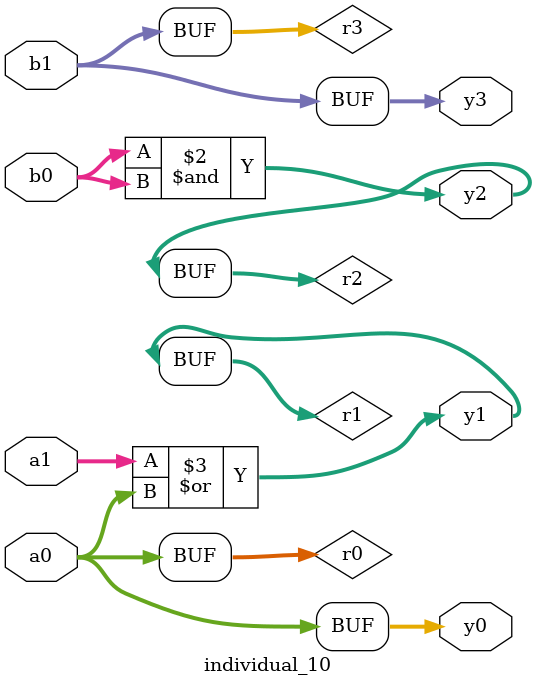
<source format=sv>
module individual_10(input logic [15:0] a1, input logic [15:0] a0, input logic [15:0] b1, input logic [15:0] b0, output logic [15:0] y3, output logic [15:0] y2, output logic [15:0] y1, output logic [15:0] y0);
logic [15:0] r0, r1, r2, r3; 
 always@(*) begin 
	 r0 = a0; r1 = a1; r2 = b0; r3 = b1; 
 	 r2  &=  b0 ;
 	 r1  |=  a0 ;
 	 y3 = r3; y2 = r2; y1 = r1; y0 = r0; 
end
endmodule
</source>
